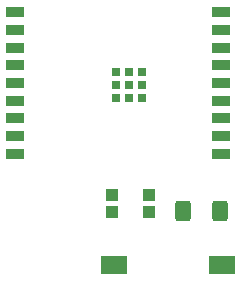
<source format=gbr>
%TF.GenerationSoftware,KiCad,Pcbnew,8.0.4*%
%TF.CreationDate,2024-07-30T10:21:49-04:00*%
%TF.ProjectId,esp32-c3-wroom-socket,65737033-322d-4633-932d-77726f6f6d2d,rev?*%
%TF.SameCoordinates,Original*%
%TF.FileFunction,Paste,Top*%
%TF.FilePolarity,Positive*%
%FSLAX46Y46*%
G04 Gerber Fmt 4.6, Leading zero omitted, Abs format (unit mm)*
G04 Created by KiCad (PCBNEW 8.0.4) date 2024-07-30 10:21:49*
%MOMM*%
%LPD*%
G01*
G04 APERTURE LIST*
G04 Aperture macros list*
%AMRoundRect*
0 Rectangle with rounded corners*
0 $1 Rounding radius*
0 $2 $3 $4 $5 $6 $7 $8 $9 X,Y pos of 4 corners*
0 Add a 4 corners polygon primitive as box body*
4,1,4,$2,$3,$4,$5,$6,$7,$8,$9,$2,$3,0*
0 Add four circle primitives for the rounded corners*
1,1,$1+$1,$2,$3*
1,1,$1+$1,$4,$5*
1,1,$1+$1,$6,$7*
1,1,$1+$1,$8,$9*
0 Add four rect primitives between the rounded corners*
20,1,$1+$1,$2,$3,$4,$5,0*
20,1,$1+$1,$4,$5,$6,$7,0*
20,1,$1+$1,$6,$7,$8,$9,0*
20,1,$1+$1,$8,$9,$2,$3,0*%
G04 Aperture macros list end*
%ADD10R,1.500000X0.900000*%
%ADD11R,0.700000X0.700000*%
%ADD12R,1.117600X1.041400*%
%ADD13R,2.180000X1.600000*%
%ADD14RoundRect,0.250000X0.400000X0.625000X-0.400000X0.625000X-0.400000X-0.625000X0.400000X-0.625000X0*%
G04 APERTURE END LIST*
D10*
%TO.C,U1*%
X148190000Y-58200000D03*
X148190000Y-59700000D03*
X148190000Y-61200000D03*
X148190000Y-62700000D03*
X148190000Y-64200000D03*
X148190000Y-65700000D03*
X148190000Y-67200000D03*
X148190000Y-68700000D03*
X148190000Y-70200000D03*
X165690000Y-70200000D03*
X165690000Y-68700000D03*
X165690000Y-67200000D03*
X165690000Y-65700000D03*
X165690000Y-64200000D03*
X165690000Y-62700000D03*
X165690000Y-61200000D03*
X165690000Y-59700000D03*
X165690000Y-58200000D03*
D11*
X156800000Y-63300000D03*
X157900000Y-63300000D03*
X159000000Y-63300000D03*
X156800000Y-64400000D03*
X157900000Y-64400000D03*
X159000000Y-64400000D03*
X156800000Y-65500000D03*
X157900000Y-65500000D03*
X159000000Y-65500000D03*
%TD*%
D12*
%TO.C,LED1*%
X156399800Y-73649999D03*
X156399800Y-75150001D03*
X159600200Y-75150001D03*
X159600200Y-73649999D03*
%TD*%
D13*
%TO.C,SW1*%
X165790000Y-79600000D03*
X156610000Y-79600000D03*
%TD*%
D14*
%TO.C,R4*%
X165550000Y-75000000D03*
X162450000Y-75000000D03*
%TD*%
M02*

</source>
